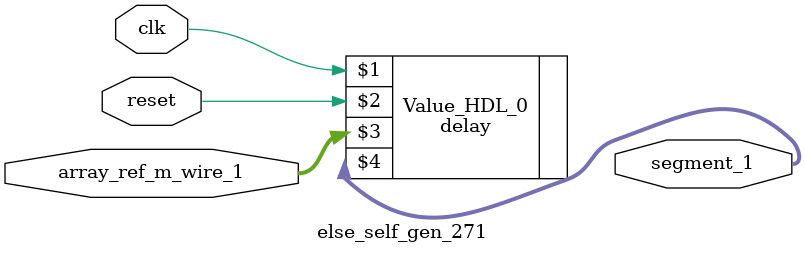
<source format=v>
module else_self_gen_271( input clk, input reset, input [31:0]array_ref_m_wire_1, output [31:0]segment_1); 
	wire [31:0]segment_1;
	//Proceed with segment_1 = array_ref_m_wire_1
	delay Value_HDL_0 ( clk, reset, array_ref_m_wire_1, segment_1);
endmodule
</source>
